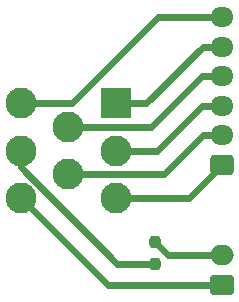
<source format=gbr>
%TF.GenerationSoftware,KiCad,Pcbnew,(6.0.1)*%
%TF.CreationDate,2022-02-14T12:02:22-05:00*%
%TF.ProjectId,Emrax_Breakout,456d7261-785f-4427-9265-616b6f75742e,rev?*%
%TF.SameCoordinates,Original*%
%TF.FileFunction,Copper,L1,Top*%
%TF.FilePolarity,Positive*%
%FSLAX46Y46*%
G04 Gerber Fmt 4.6, Leading zero omitted, Abs format (unit mm)*
G04 Created by KiCad (PCBNEW (6.0.1)) date 2022-02-14 12:02:22*
%MOMM*%
%LPD*%
G01*
G04 APERTURE LIST*
G04 Aperture macros list*
%AMRoundRect*
0 Rectangle with rounded corners*
0 $1 Rounding radius*
0 $2 $3 $4 $5 $6 $7 $8 $9 X,Y pos of 4 corners*
0 Add a 4 corners polygon primitive as box body*
4,1,4,$2,$3,$4,$5,$6,$7,$8,$9,$2,$3,0*
0 Add four circle primitives for the rounded corners*
1,1,$1+$1,$2,$3*
1,1,$1+$1,$4,$5*
1,1,$1+$1,$6,$7*
1,1,$1+$1,$8,$9*
0 Add four rect primitives between the rounded corners*
20,1,$1+$1,$2,$3,$4,$5,0*
20,1,$1+$1,$4,$5,$6,$7,0*
20,1,$1+$1,$6,$7,$8,$9,0*
20,1,$1+$1,$8,$9,$2,$3,0*%
G04 Aperture macros list end*
%TA.AperFunction,ComponentPad*%
%ADD10RoundRect,0.250000X0.750000X-0.600000X0.750000X0.600000X-0.750000X0.600000X-0.750000X-0.600000X0*%
%TD*%
%TA.AperFunction,ComponentPad*%
%ADD11O,2.000000X1.700000*%
%TD*%
%TA.AperFunction,SMDPad,CuDef*%
%ADD12RoundRect,0.237500X0.237500X-0.250000X0.237500X0.250000X-0.237500X0.250000X-0.237500X-0.250000X0*%
%TD*%
%TA.AperFunction,ComponentPad*%
%ADD13RoundRect,0.250000X0.725000X-0.600000X0.725000X0.600000X-0.725000X0.600000X-0.725000X-0.600000X0*%
%TD*%
%TA.AperFunction,ComponentPad*%
%ADD14O,1.950000X1.700000*%
%TD*%
%TA.AperFunction,ComponentPad*%
%ADD15R,2.625000X2.625000*%
%TD*%
%TA.AperFunction,ComponentPad*%
%ADD16C,2.625000*%
%TD*%
%TA.AperFunction,Conductor*%
%ADD17C,0.600000*%
%TD*%
G04 APERTURE END LIST*
D10*
%TO.P,J3,1,Pin_1*%
%TO.N,/TEMP-*%
X144499600Y-80390000D03*
D11*
%TO.P,J3,2,Pin_2*%
%TO.N,/TEMP+*%
X144499600Y-77890000D03*
%TD*%
D12*
%TO.P,R1,1*%
%TO.N,+5V*%
X138860800Y-78610100D03*
%TO.P,R1,2*%
%TO.N,/TEMP+*%
X138860800Y-76785100D03*
%TD*%
D13*
%TO.P,J2,1,Pin_1*%
%TO.N,/SIN+*%
X144499600Y-70230000D03*
D14*
%TO.P,J2,2,Pin_2*%
%TO.N,/SIN-*%
X144499600Y-67730000D03*
%TO.P,J2,3,Pin_3*%
%TO.N,/COS+*%
X144499600Y-65230000D03*
%TO.P,J2,4,Pin_4*%
%TO.N,/COS-*%
X144499600Y-62730000D03*
%TO.P,J2,5,Pin_5*%
%TO.N,/EXT+*%
X144499600Y-60230000D03*
%TO.P,J2,6,Pin_6*%
%TO.N,/EXT-*%
X144499600Y-57730000D03*
%TD*%
D15*
%TO.P,J1,1,Pin_1*%
%TO.N,/EXT+*%
X135508000Y-65024000D03*
D16*
%TO.P,J1,2,Pin_2*%
%TO.N,/COS+*%
X135508000Y-69024000D03*
%TO.P,J1,3,Pin_3*%
%TO.N,/SIN+*%
X135508000Y-73024000D03*
%TO.P,J1,4,Pin_4*%
%TO.N,/COS-*%
X131508000Y-67024000D03*
%TO.P,J1,5,Pin_5*%
%TO.N,/SIN-*%
X131508000Y-71024000D03*
%TO.P,J1,6,Pin_6*%
%TO.N,/EXT-*%
X127508000Y-65024000D03*
%TO.P,J1,7,Pin_7*%
%TO.N,+5V*%
X127508000Y-69024000D03*
%TO.P,J1,8,Pin_8*%
%TO.N,/TEMP-*%
X127508000Y-73024000D03*
%TD*%
D17*
%TO.N,/TEMP-*%
X134874000Y-80390000D02*
X144499600Y-80390000D01*
X127508000Y-73024000D02*
X134874000Y-80390000D01*
%TO.N,/TEMP+*%
X139965700Y-77890000D02*
X144499600Y-77890000D01*
X138860800Y-76785100D02*
X139965700Y-77890000D01*
%TO.N,/COS-*%
X142804800Y-62730000D02*
X144499600Y-62730000D01*
X131508000Y-67024000D02*
X138510800Y-67024000D01*
X138510800Y-67024000D02*
X142804800Y-62730000D01*
%TO.N,/SIN-*%
X139590800Y-71024000D02*
X142884800Y-67730000D01*
X142884800Y-67730000D02*
X144499600Y-67730000D01*
X131508000Y-71024000D02*
X139590800Y-71024000D01*
%TO.N,/COS+*%
X135508000Y-69024000D02*
X139000000Y-69024000D01*
X142794000Y-65230000D02*
X144499600Y-65230000D01*
X139000000Y-69024000D02*
X142794000Y-65230000D01*
%TO.N,/SIN+*%
X141705600Y-73024000D02*
X144499600Y-70230000D01*
X135508000Y-73024000D02*
X141705600Y-73024000D01*
%TO.N,/EXT-*%
X139067200Y-57730000D02*
X144499600Y-57730000D01*
X127508000Y-65024000D02*
X131773200Y-65024000D01*
X131773200Y-65024000D02*
X139067200Y-57730000D01*
%TO.N,/EXT+*%
X138072400Y-65024000D02*
X142866400Y-60230000D01*
X135508000Y-65024000D02*
X138072400Y-65024000D01*
X142866400Y-60230000D02*
X144499600Y-60230000D01*
%TO.N,+5V*%
X127508000Y-69024000D02*
X127508000Y-70459600D01*
X127508000Y-70459600D02*
X135658500Y-78610100D01*
X135658500Y-78610100D02*
X138860800Y-78610100D01*
%TD*%
M02*

</source>
